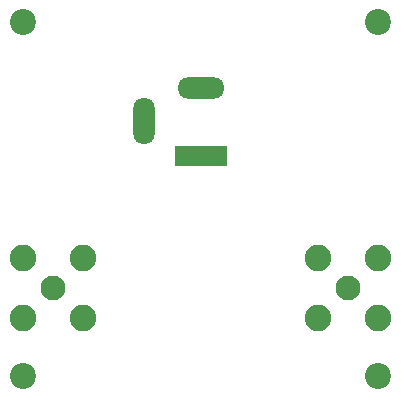
<source format=gbs>
%TF.GenerationSoftware,KiCad,Pcbnew,(6.0.6-0)*%
%TF.CreationDate,2023-01-17T17:24:58+00:00*%
%TF.ProjectId,preamplifier-tqp3m9028,70726561-6d70-46c6-9966-6965722d7471,1.0*%
%TF.SameCoordinates,Original*%
%TF.FileFunction,Soldermask,Bot*%
%TF.FilePolarity,Negative*%
%FSLAX46Y46*%
G04 Gerber Fmt 4.6, Leading zero omitted, Abs format (unit mm)*
G04 Created by KiCad (PCBNEW (6.0.6-0)) date 2023-01-17 17:24:58*
%MOMM*%
%LPD*%
G01*
G04 APERTURE LIST*
%ADD10C,2.200000*%
%ADD11C,2.100000*%
%ADD12C,2.250000*%
%ADD13R,4.400000X1.800000*%
%ADD14O,4.000000X1.800000*%
%ADD15O,1.800000X4.000000*%
G04 APERTURE END LIST*
D10*
X132500000Y-117500000D03*
X132500000Y-87500000D03*
X102500000Y-117500000D03*
D11*
X105000000Y-110000000D03*
D12*
X107550000Y-107450000D03*
X107550000Y-112550000D03*
X102450000Y-107450000D03*
X102450000Y-112550000D03*
D10*
X102500000Y-87500000D03*
D11*
X130000000Y-110000000D03*
D12*
X132550000Y-107450000D03*
X127450000Y-112550000D03*
X132550000Y-112550000D03*
X127450000Y-107450000D03*
D13*
X117500000Y-98856800D03*
D14*
X117500000Y-93056800D03*
D15*
X112700000Y-95856800D03*
M02*

</source>
